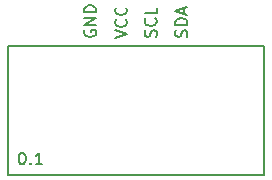
<source format=gto>
%TF.GenerationSoftware,KiCad,Pcbnew,9.0.5*%
%TF.CreationDate,2025-10-22T23:14:32+01:00*%
%TF.ProjectId,vm_i2c_oled_display,766d5f69-3263-45f6-9f6c-65645f646973,0.1*%
%TF.SameCoordinates,Original*%
%TF.FileFunction,Legend,Top*%
%TF.FilePolarity,Positive*%
%FSLAX45Y45*%
G04 Gerber Fmt 4.5, Leading zero omitted, Abs format (unit mm)*
G04 Created by KiCad (PCBNEW 9.0.5) date 2025-10-22 23:14:32*
%MOMM*%
%LPD*%
G01*
G04 APERTURE LIST*
%ADD10C,0.200000*%
G04 APERTURE END LIST*
D10*
X-1088001Y746128D02*
X1086000Y746128D01*
X1086000Y-339872D01*
X-1088001Y-339872D01*
X-1088001Y746128D01*
X-177278Y815682D02*
X-77278Y849015D01*
X-77278Y849015D02*
X-177278Y882348D01*
X-86802Y972824D02*
X-82040Y968063D01*
X-82040Y968063D02*
X-77278Y953777D01*
X-77278Y953777D02*
X-77278Y944253D01*
X-77278Y944253D02*
X-82040Y929967D01*
X-82040Y929967D02*
X-91564Y920444D01*
X-91564Y920444D02*
X-101088Y915682D01*
X-101088Y915682D02*
X-120135Y910920D01*
X-120135Y910920D02*
X-134421Y910920D01*
X-134421Y910920D02*
X-153469Y915682D01*
X-153469Y915682D02*
X-162992Y920444D01*
X-162992Y920444D02*
X-172516Y929967D01*
X-172516Y929967D02*
X-177278Y944253D01*
X-177278Y944253D02*
X-177278Y953777D01*
X-177278Y953777D02*
X-172516Y968063D01*
X-172516Y968063D02*
X-167754Y972824D01*
X-86802Y1072825D02*
X-82040Y1068063D01*
X-82040Y1068063D02*
X-77278Y1053777D01*
X-77278Y1053777D02*
X-77278Y1044253D01*
X-77278Y1044253D02*
X-82040Y1029967D01*
X-82040Y1029967D02*
X-91564Y1020444D01*
X-91564Y1020444D02*
X-101088Y1015682D01*
X-101088Y1015682D02*
X-120135Y1010920D01*
X-120135Y1010920D02*
X-134421Y1010920D01*
X-134421Y1010920D02*
X-153469Y1015682D01*
X-153469Y1015682D02*
X-162992Y1020444D01*
X-162992Y1020444D02*
X-172516Y1029967D01*
X-172516Y1029967D02*
X-177278Y1044253D01*
X-177278Y1044253D02*
X-177278Y1053777D01*
X-177278Y1053777D02*
X-172516Y1068063D01*
X-172516Y1068063D02*
X-167754Y1072825D01*
X-969985Y-153722D02*
X-960461Y-153722D01*
X-960461Y-153722D02*
X-950937Y-158484D01*
X-950937Y-158484D02*
X-946176Y-163246D01*
X-946176Y-163246D02*
X-941414Y-172770D01*
X-941414Y-172770D02*
X-936652Y-191817D01*
X-936652Y-191817D02*
X-936652Y-215627D01*
X-936652Y-215627D02*
X-941414Y-234674D01*
X-941414Y-234674D02*
X-946176Y-244198D01*
X-946176Y-244198D02*
X-950937Y-248960D01*
X-950937Y-248960D02*
X-960461Y-253722D01*
X-960461Y-253722D02*
X-969985Y-253722D01*
X-969985Y-253722D02*
X-979509Y-248960D01*
X-979509Y-248960D02*
X-984271Y-244198D01*
X-984271Y-244198D02*
X-989033Y-234674D01*
X-989033Y-234674D02*
X-993795Y-215627D01*
X-993795Y-215627D02*
X-993795Y-191817D01*
X-993795Y-191817D02*
X-989033Y-172770D01*
X-989033Y-172770D02*
X-984271Y-163246D01*
X-984271Y-163246D02*
X-979509Y-158484D01*
X-979509Y-158484D02*
X-969985Y-153722D01*
X-893795Y-244198D02*
X-889033Y-248960D01*
X-889033Y-248960D02*
X-893795Y-253722D01*
X-893795Y-253722D02*
X-898556Y-248960D01*
X-898556Y-248960D02*
X-893795Y-244198D01*
X-893795Y-244198D02*
X-893795Y-253722D01*
X-793795Y-253722D02*
X-850937Y-253722D01*
X-822366Y-253722D02*
X-822366Y-153722D01*
X-822366Y-153722D02*
X-831890Y-168008D01*
X-831890Y-168008D02*
X-841414Y-177531D01*
X-841414Y-177531D02*
X-850937Y-182293D01*
X427960Y825205D02*
X432722Y839491D01*
X432722Y839491D02*
X432722Y863301D01*
X432722Y863301D02*
X427960Y872824D01*
X427960Y872824D02*
X423198Y877586D01*
X423198Y877586D02*
X413674Y882348D01*
X413674Y882348D02*
X404150Y882348D01*
X404150Y882348D02*
X394627Y877586D01*
X394627Y877586D02*
X389865Y872824D01*
X389865Y872824D02*
X385103Y863301D01*
X385103Y863301D02*
X380341Y844253D01*
X380341Y844253D02*
X375579Y834729D01*
X375579Y834729D02*
X370817Y829967D01*
X370817Y829967D02*
X361293Y825205D01*
X361293Y825205D02*
X351769Y825205D01*
X351769Y825205D02*
X342246Y829967D01*
X342246Y829967D02*
X337484Y834729D01*
X337484Y834729D02*
X332722Y844253D01*
X332722Y844253D02*
X332722Y868063D01*
X332722Y868063D02*
X337484Y882348D01*
X432722Y925205D02*
X332722Y925205D01*
X332722Y925205D02*
X332722Y949015D01*
X332722Y949015D02*
X337484Y963301D01*
X337484Y963301D02*
X347008Y972824D01*
X347008Y972824D02*
X356531Y977586D01*
X356531Y977586D02*
X375579Y982348D01*
X375579Y982348D02*
X389865Y982348D01*
X389865Y982348D02*
X408912Y977586D01*
X408912Y977586D02*
X418436Y972824D01*
X418436Y972824D02*
X427960Y963301D01*
X427960Y963301D02*
X432722Y949015D01*
X432722Y949015D02*
X432722Y925205D01*
X404150Y1020444D02*
X404150Y1068063D01*
X432722Y1010920D02*
X332722Y1044253D01*
X332722Y1044253D02*
X432722Y1077586D01*
X167960Y825205D02*
X172722Y839491D01*
X172722Y839491D02*
X172722Y863301D01*
X172722Y863301D02*
X167960Y872824D01*
X167960Y872824D02*
X163198Y877586D01*
X163198Y877586D02*
X153674Y882348D01*
X153674Y882348D02*
X144150Y882348D01*
X144150Y882348D02*
X134627Y877586D01*
X134627Y877586D02*
X129865Y872824D01*
X129865Y872824D02*
X125103Y863301D01*
X125103Y863301D02*
X120341Y844253D01*
X120341Y844253D02*
X115579Y834729D01*
X115579Y834729D02*
X110817Y829967D01*
X110817Y829967D02*
X101293Y825205D01*
X101293Y825205D02*
X91769Y825205D01*
X91769Y825205D02*
X82246Y829967D01*
X82246Y829967D02*
X77484Y834729D01*
X77484Y834729D02*
X72722Y844253D01*
X72722Y844253D02*
X72722Y868063D01*
X72722Y868063D02*
X77484Y882348D01*
X163198Y982348D02*
X167960Y977586D01*
X167960Y977586D02*
X172722Y963301D01*
X172722Y963301D02*
X172722Y953777D01*
X172722Y953777D02*
X167960Y939491D01*
X167960Y939491D02*
X158436Y929967D01*
X158436Y929967D02*
X148912Y925205D01*
X148912Y925205D02*
X129865Y920444D01*
X129865Y920444D02*
X115579Y920444D01*
X115579Y920444D02*
X96531Y925205D01*
X96531Y925205D02*
X87008Y929967D01*
X87008Y929967D02*
X77484Y939491D01*
X77484Y939491D02*
X72722Y953777D01*
X72722Y953777D02*
X72722Y963301D01*
X72722Y963301D02*
X77484Y977586D01*
X77484Y977586D02*
X82246Y982348D01*
X172722Y1072825D02*
X172722Y1025205D01*
X172722Y1025205D02*
X72722Y1025205D01*
X-434516Y882348D02*
X-439278Y872824D01*
X-439278Y872824D02*
X-439278Y858539D01*
X-439278Y858539D02*
X-434516Y844253D01*
X-434516Y844253D02*
X-424992Y834729D01*
X-424992Y834729D02*
X-415469Y829967D01*
X-415469Y829967D02*
X-396421Y825205D01*
X-396421Y825205D02*
X-382135Y825205D01*
X-382135Y825205D02*
X-363088Y829967D01*
X-363088Y829967D02*
X-353564Y834729D01*
X-353564Y834729D02*
X-344040Y844253D01*
X-344040Y844253D02*
X-339278Y858539D01*
X-339278Y858539D02*
X-339278Y868063D01*
X-339278Y868063D02*
X-344040Y882348D01*
X-344040Y882348D02*
X-348802Y887110D01*
X-348802Y887110D02*
X-382135Y887110D01*
X-382135Y887110D02*
X-382135Y868063D01*
X-339278Y929967D02*
X-439278Y929967D01*
X-439278Y929967D02*
X-339278Y987110D01*
X-339278Y987110D02*
X-439278Y987110D01*
X-339278Y1034729D02*
X-439278Y1034729D01*
X-439278Y1034729D02*
X-439278Y1058539D01*
X-439278Y1058539D02*
X-434516Y1072825D01*
X-434516Y1072825D02*
X-424992Y1082348D01*
X-424992Y1082348D02*
X-415469Y1087110D01*
X-415469Y1087110D02*
X-396421Y1091872D01*
X-396421Y1091872D02*
X-382135Y1091872D01*
X-382135Y1091872D02*
X-363088Y1087110D01*
X-363088Y1087110D02*
X-353564Y1082348D01*
X-353564Y1082348D02*
X-344040Y1072825D01*
X-344040Y1072825D02*
X-339278Y1058539D01*
X-339278Y1058539D02*
X-339278Y1034729D01*
M02*

</source>
